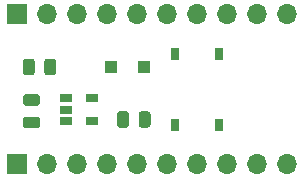
<source format=gbr>
G04 #@! TF.GenerationSoftware,KiCad,Pcbnew,(5.1.9-0-10_14)*
G04 #@! TF.CreationDate,2021-04-08T16:46:49-05:00*
G04 #@! TF.ProjectId,Switch Helper,53776974-6368-4204-9865-6c7065722e6b,1*
G04 #@! TF.SameCoordinates,Original*
G04 #@! TF.FileFunction,Soldermask,Top*
G04 #@! TF.FilePolarity,Negative*
%FSLAX46Y46*%
G04 Gerber Fmt 4.6, Leading zero omitted, Abs format (unit mm)*
G04 Created by KiCad (PCBNEW (5.1.9-0-10_14)) date 2021-04-08 16:46:49*
%MOMM*%
%LPD*%
G01*
G04 APERTURE LIST*
%ADD10R,0.750000X1.000000*%
%ADD11R,1.700000X1.700000*%
%ADD12O,1.700000X1.700000*%
%ADD13R,1.100000X1.100000*%
%ADD14R,1.060000X0.650000*%
G04 APERTURE END LIST*
D10*
X137825000Y-88153500D03*
X137825000Y-82153500D03*
X141575000Y-88153500D03*
X141575000Y-82153500D03*
D11*
X124460000Y-78740000D03*
D12*
X127000000Y-78740000D03*
X129540000Y-78740000D03*
X132080000Y-78740000D03*
X134620000Y-78740000D03*
X137160000Y-78740000D03*
X139700000Y-78740000D03*
X142240000Y-78740000D03*
X144780000Y-78740000D03*
X147320000Y-78740000D03*
X147320000Y-91440000D03*
X144780000Y-91440000D03*
X142240000Y-91440000D03*
X139700000Y-91440000D03*
X137160000Y-91440000D03*
X134620000Y-91440000D03*
X132080000Y-91440000D03*
X129540000Y-91440000D03*
X127000000Y-91440000D03*
D11*
X124460000Y-91440000D03*
G36*
G01*
X125191500Y-85545000D02*
X126141500Y-85545000D01*
G75*
G02*
X126391500Y-85795000I0J-250000D01*
G01*
X126391500Y-86295000D01*
G75*
G02*
X126141500Y-86545000I-250000J0D01*
G01*
X125191500Y-86545000D01*
G75*
G02*
X124941500Y-86295000I0J250000D01*
G01*
X124941500Y-85795000D01*
G75*
G02*
X125191500Y-85545000I250000J0D01*
G01*
G37*
G36*
G01*
X125191500Y-87445000D02*
X126141500Y-87445000D01*
G75*
G02*
X126391500Y-87695000I0J-250000D01*
G01*
X126391500Y-88195000D01*
G75*
G02*
X126141500Y-88445000I-250000J0D01*
G01*
X125191500Y-88445000D01*
G75*
G02*
X124941500Y-88195000I0J250000D01*
G01*
X124941500Y-87695000D01*
G75*
G02*
X125191500Y-87445000I250000J0D01*
G01*
G37*
D13*
X132397500Y-83248500D03*
X135197500Y-83248500D03*
G36*
G01*
X124916500Y-83698501D02*
X124916500Y-82798499D01*
G75*
G02*
X125166499Y-82548500I249999J0D01*
G01*
X125691501Y-82548500D01*
G75*
G02*
X125941500Y-82798499I0J-249999D01*
G01*
X125941500Y-83698501D01*
G75*
G02*
X125691501Y-83948500I-249999J0D01*
G01*
X125166499Y-83948500D01*
G75*
G02*
X124916500Y-83698501I0J249999D01*
G01*
G37*
G36*
G01*
X126741500Y-83698501D02*
X126741500Y-82798499D01*
G75*
G02*
X126991499Y-82548500I249999J0D01*
G01*
X127516501Y-82548500D01*
G75*
G02*
X127766500Y-82798499I0J-249999D01*
G01*
X127766500Y-83698501D01*
G75*
G02*
X127516501Y-83948500I-249999J0D01*
G01*
X126991499Y-83948500D01*
G75*
G02*
X126741500Y-83698501I0J249999D01*
G01*
G37*
G36*
G01*
X134726000Y-88143501D02*
X134726000Y-87243499D01*
G75*
G02*
X134975999Y-86993500I249999J0D01*
G01*
X135501001Y-86993500D01*
G75*
G02*
X135751000Y-87243499I0J-249999D01*
G01*
X135751000Y-88143501D01*
G75*
G02*
X135501001Y-88393500I-249999J0D01*
G01*
X134975999Y-88393500D01*
G75*
G02*
X134726000Y-88143501I0J249999D01*
G01*
G37*
G36*
G01*
X132901000Y-88143501D02*
X132901000Y-87243499D01*
G75*
G02*
X133150999Y-86993500I249999J0D01*
G01*
X133676001Y-86993500D01*
G75*
G02*
X133926000Y-87243499I0J-249999D01*
G01*
X133926000Y-88143501D01*
G75*
G02*
X133676001Y-88393500I-249999J0D01*
G01*
X133150999Y-88393500D01*
G75*
G02*
X132901000Y-88143501I0J249999D01*
G01*
G37*
D14*
X128567000Y-85918000D03*
X128567000Y-86868000D03*
X128567000Y-87818000D03*
X130767000Y-87818000D03*
X130767000Y-85918000D03*
M02*

</source>
